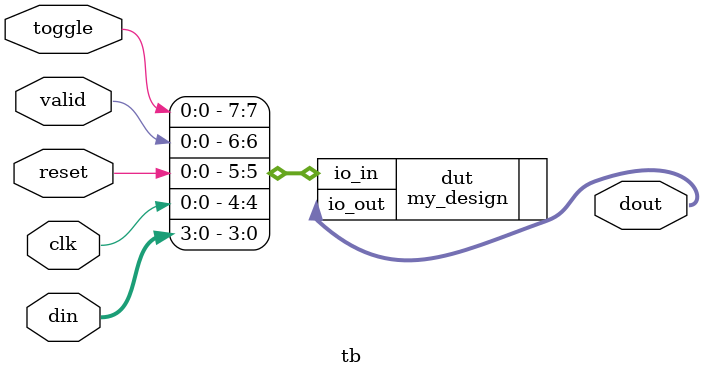
<source format=v>
`default_nettype none
module tb(
    input clk,
    input reset,
    input [3:0] din,
    input valid,
    input toggle,
    output [7:0] dout
  );

  initial begin
    $dumpfile("tb.vcd");
    $dumpvars(0, tb);
  end

  my_design dut(
    `ifdef GL_TEST
            .vccd1( 1'b1),
            .vssd1( 1'b0),
        `endif
              .io_in({toggle, valid, reset, clk, din}),
              .io_out(dout)
            );


endmodule

</source>
